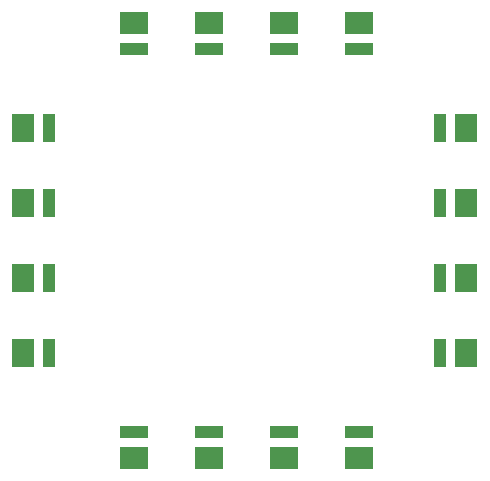
<source format=gbr>
%TF.GenerationSoftware,KiCad,Pcbnew,(5.1.6)-1*%
%TF.CreationDate,2020-10-17T14:01:34-04:00*%
%TF.ProjectId,KiCAD PCB,4b694341-4420-4504-9342-2e6b69636164,rev?*%
%TF.SameCoordinates,Original*%
%TF.FileFunction,Paste,Top*%
%TF.FilePolarity,Positive*%
%FSLAX46Y46*%
G04 Gerber Fmt 4.6, Leading zero omitted, Abs format (unit mm)*
G04 Created by KiCad (PCBNEW (5.1.6)-1) date 2020-10-17 14:01:34*
%MOMM*%
%LPD*%
G01*
G04 APERTURE LIST*
%ADD10R,1.030000X2.400000*%
%ADD11R,1.980000X2.400000*%
%ADD12R,2.400000X1.030000*%
%ADD13R,2.400000X1.980000*%
G04 APERTURE END LIST*
D10*
%TO.C,D16*%
X134493000Y-96520000D03*
D11*
X136698000Y-96520000D03*
%TD*%
D10*
%TO.C,D15*%
X134493000Y-90170000D03*
D11*
X136698000Y-90170000D03*
%TD*%
D10*
%TO.C,D14*%
X134493000Y-83820000D03*
D11*
X136698000Y-83820000D03*
%TD*%
D10*
%TO.C,D13*%
X134493000Y-77470000D03*
D11*
X136698000Y-77470000D03*
%TD*%
D12*
%TO.C,D12*%
X127635000Y-103205000D03*
D13*
X127635000Y-105410000D03*
%TD*%
D12*
%TO.C,D11*%
X127635000Y-70785000D03*
D13*
X127635000Y-68580000D03*
%TD*%
D12*
%TO.C,D10*%
X121285000Y-103205000D03*
D13*
X121285000Y-105410000D03*
%TD*%
D12*
%TO.C,D9*%
X121285000Y-70785000D03*
D13*
X121285000Y-68580000D03*
%TD*%
D12*
%TO.C,D8*%
X114935000Y-103205000D03*
D13*
X114935000Y-105410000D03*
%TD*%
D12*
%TO.C,D7*%
X114935000Y-70785000D03*
D13*
X114935000Y-68580000D03*
%TD*%
D12*
%TO.C,D6*%
X108585000Y-103205000D03*
D13*
X108585000Y-105410000D03*
%TD*%
D12*
%TO.C,D5*%
X108585000Y-70785000D03*
D13*
X108585000Y-68580000D03*
%TD*%
D10*
%TO.C,D4*%
X101392000Y-96520000D03*
D11*
X99187000Y-96520000D03*
%TD*%
D10*
%TO.C,D3*%
X101392000Y-90170000D03*
D11*
X99187000Y-90170000D03*
%TD*%
D10*
%TO.C,D2*%
X101392000Y-83820000D03*
D11*
X99187000Y-83820000D03*
%TD*%
D10*
%TO.C,D1*%
X101392000Y-77470000D03*
D11*
X99187000Y-77470000D03*
%TD*%
M02*

</source>
